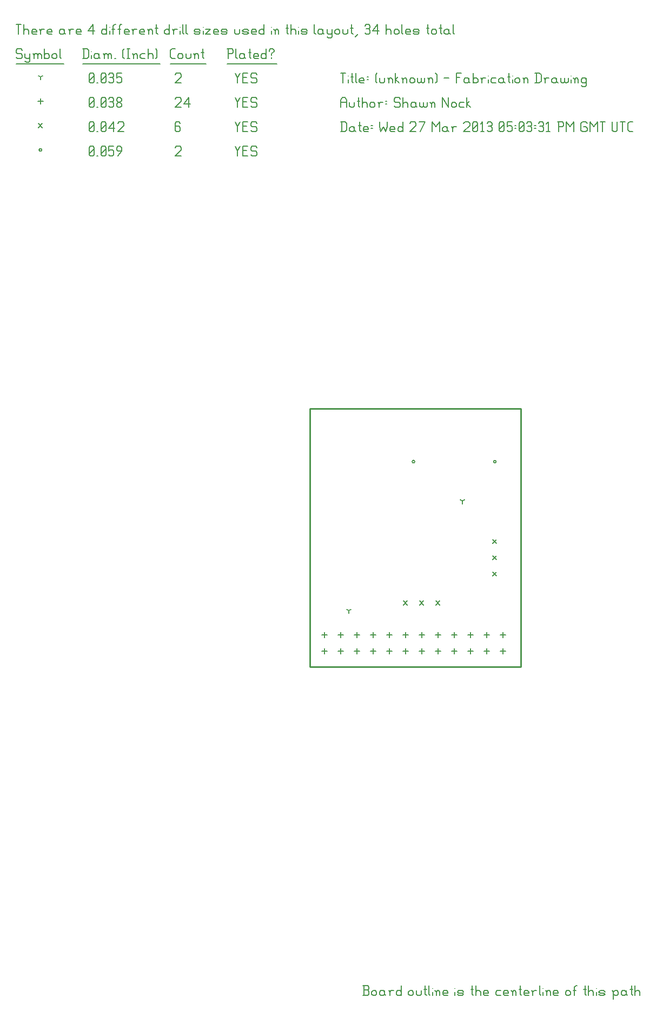
<source format=gbr>
G04 start of page 12 for group -3984 idx -3984 *
G04 Title: (unknown), fab *
G04 Creator: pcb 1.99z *
G04 CreationDate: Wed 27 Mar 2013 05:03:31 PM GMT UTC *
G04 For: nock *
G04 Format: Gerber/RS-274X *
G04 PCB-Dimensions (mil): 6000.00 5000.00 *
G04 PCB-Coordinate-Origin: lower left *
%MOIN*%
%FSLAX25Y25*%
%LNFAB*%
%ADD65C,0.0100*%
%ADD64C,0.0075*%
%ADD63C,0.0060*%
%ADD62R,0.0080X0.0080*%
G54D62*X294300Y319300D02*G75*G03X295900Y319300I800J0D01*G01*
G75*G03X294300Y319300I-800J0D01*G01*
X244100D02*G75*G03X245700Y319300I800J0D01*G01*
G75*G03X244100Y319300I-800J0D01*G01*
X14200Y511250D02*G75*G03X15800Y511250I800J0D01*G01*
G75*G03X14200Y511250I-800J0D01*G01*
G54D63*X135000Y513500D02*X136500Y510500D01*
X138000Y513500D01*
X136500Y510500D02*Y507500D01*
X139800Y510800D02*X142050D01*
X139800Y507500D02*X142800D01*
X139800Y513500D02*Y507500D01*
Y513500D02*X142800D01*
X147600D02*X148350Y512750D01*
X145350Y513500D02*X147600D01*
X144600Y512750D02*X145350Y513500D01*
X144600Y512750D02*Y511250D01*
X145350Y510500D01*
X147600D01*
X148350Y509750D01*
Y508250D01*
X147600Y507500D02*X148350Y508250D01*
X145350Y507500D02*X147600D01*
X144600Y508250D02*X145350Y507500D01*
X98000Y512750D02*X98750Y513500D01*
X101000D01*
X101750Y512750D01*
Y511250D01*
X98000Y507500D02*X101750Y511250D01*
X98000Y507500D02*X101750D01*
X45000Y508250D02*X45750Y507500D01*
X45000Y512750D02*Y508250D01*
Y512750D02*X45750Y513500D01*
X47250D01*
X48000Y512750D01*
Y508250D01*
X47250Y507500D02*X48000Y508250D01*
X45750Y507500D02*X47250D01*
X45000Y509000D02*X48000Y512000D01*
X49800Y507500D02*X50550D01*
X52350Y508250D02*X53100Y507500D01*
X52350Y512750D02*Y508250D01*
Y512750D02*X53100Y513500D01*
X54600D01*
X55350Y512750D01*
Y508250D01*
X54600Y507500D02*X55350Y508250D01*
X53100Y507500D02*X54600D01*
X52350Y509000D02*X55350Y512000D01*
X57150Y513500D02*X60150D01*
X57150D02*Y510500D01*
X57900Y511250D01*
X59400D01*
X60150Y510500D01*
Y508250D01*
X59400Y507500D02*X60150Y508250D01*
X57900Y507500D02*X59400D01*
X57150Y508250D02*X57900Y507500D01*
X62700D02*X64950Y510500D01*
Y512750D02*Y510500D01*
X64200Y513500D02*X64950Y512750D01*
X62700Y513500D02*X64200D01*
X61950Y512750D02*X62700Y513500D01*
X61950Y512750D02*Y511250D01*
X62700Y510500D01*
X64950D01*
X258642Y233484D02*X261042Y231084D01*
X258642D02*X261042Y233484D01*
X248642D02*X251042Y231084D01*
X248642D02*X251042Y233484D01*
X238642D02*X241042Y231084D01*
X238642D02*X241042Y233484D01*
X293800Y251200D02*X296200Y248800D01*
X293800D02*X296200Y251200D01*
X293800Y261200D02*X296200Y258800D01*
X293800D02*X296200Y261200D01*
X293800Y271200D02*X296200Y268800D01*
X293800D02*X296200Y271200D01*
X13800Y527450D02*X16200Y525050D01*
X13800D02*X16200Y527450D01*
X135000Y528500D02*X136500Y525500D01*
X138000Y528500D01*
X136500Y525500D02*Y522500D01*
X139800Y525800D02*X142050D01*
X139800Y522500D02*X142800D01*
X139800Y528500D02*Y522500D01*
Y528500D02*X142800D01*
X147600D02*X148350Y527750D01*
X145350Y528500D02*X147600D01*
X144600Y527750D02*X145350Y528500D01*
X144600Y527750D02*Y526250D01*
X145350Y525500D01*
X147600D01*
X148350Y524750D01*
Y523250D01*
X147600Y522500D02*X148350Y523250D01*
X145350Y522500D02*X147600D01*
X144600Y523250D02*X145350Y522500D01*
X100250Y528500D02*X101000Y527750D01*
X98750Y528500D02*X100250D01*
X98000Y527750D02*X98750Y528500D01*
X98000Y527750D02*Y523250D01*
X98750Y522500D01*
X100250Y525800D02*X101000Y525050D01*
X98000Y525800D02*X100250D01*
X98750Y522500D02*X100250D01*
X101000Y523250D01*
Y525050D02*Y523250D01*
X45000D02*X45750Y522500D01*
X45000Y527750D02*Y523250D01*
Y527750D02*X45750Y528500D01*
X47250D01*
X48000Y527750D01*
Y523250D01*
X47250Y522500D02*X48000Y523250D01*
X45750Y522500D02*X47250D01*
X45000Y524000D02*X48000Y527000D01*
X49800Y522500D02*X50550D01*
X52350Y523250D02*X53100Y522500D01*
X52350Y527750D02*Y523250D01*
Y527750D02*X53100Y528500D01*
X54600D01*
X55350Y527750D01*
Y523250D01*
X54600Y522500D02*X55350Y523250D01*
X53100Y522500D02*X54600D01*
X52350Y524000D02*X55350Y527000D01*
X57150Y524750D02*X60150Y528500D01*
X57150Y524750D02*X60900D01*
X60150Y528500D02*Y522500D01*
X62700Y527750D02*X63450Y528500D01*
X65700D01*
X66450Y527750D01*
Y526250D01*
X62700Y522500D02*X66450Y526250D01*
X62700Y522500D02*X66450D01*
X190000Y204100D02*Y200900D01*
X188400Y202500D02*X191600D01*
X200000Y204100D02*Y200900D01*
X198400Y202500D02*X201600D01*
X210000Y204100D02*Y200900D01*
X208400Y202500D02*X211600D01*
X220000Y204100D02*Y200900D01*
X218400Y202500D02*X221600D01*
X230000Y204100D02*Y200900D01*
X228400Y202500D02*X231600D01*
X240000Y204100D02*Y200900D01*
X238400Y202500D02*X241600D01*
X250000Y204100D02*Y200900D01*
X248400Y202500D02*X251600D01*
X260000Y204100D02*Y200900D01*
X258400Y202500D02*X261600D01*
X270000Y204100D02*Y200900D01*
X268400Y202500D02*X271600D01*
X280000Y204100D02*Y200900D01*
X278400Y202500D02*X281600D01*
X290000Y204100D02*Y200900D01*
X288400Y202500D02*X291600D01*
X300000Y204100D02*Y200900D01*
X298400Y202500D02*X301600D01*
X300000Y214100D02*Y210900D01*
X298400Y212500D02*X301600D01*
X290000Y214100D02*Y210900D01*
X288400Y212500D02*X291600D01*
X280000Y214100D02*Y210900D01*
X278400Y212500D02*X281600D01*
X270000Y214100D02*Y210900D01*
X268400Y212500D02*X271600D01*
X260000Y214100D02*Y210900D01*
X258400Y212500D02*X261600D01*
X250000Y214100D02*Y210900D01*
X248400Y212500D02*X251600D01*
X240000Y214100D02*Y210900D01*
X238400Y212500D02*X241600D01*
X230000Y214100D02*Y210900D01*
X228400Y212500D02*X231600D01*
X220000Y214100D02*Y210900D01*
X218400Y212500D02*X221600D01*
X210000Y214100D02*Y210900D01*
X208400Y212500D02*X211600D01*
X200000Y214100D02*Y210900D01*
X198400Y212500D02*X201600D01*
X190000Y214100D02*Y210900D01*
X188400Y212500D02*X191600D01*
X15000Y542850D02*Y539650D01*
X13400Y541250D02*X16600D01*
X135000Y543500D02*X136500Y540500D01*
X138000Y543500D01*
X136500Y540500D02*Y537500D01*
X139800Y540800D02*X142050D01*
X139800Y537500D02*X142800D01*
X139800Y543500D02*Y537500D01*
Y543500D02*X142800D01*
X147600D02*X148350Y542750D01*
X145350Y543500D02*X147600D01*
X144600Y542750D02*X145350Y543500D01*
X144600Y542750D02*Y541250D01*
X145350Y540500D01*
X147600D01*
X148350Y539750D01*
Y538250D01*
X147600Y537500D02*X148350Y538250D01*
X145350Y537500D02*X147600D01*
X144600Y538250D02*X145350Y537500D01*
X98000Y542750D02*X98750Y543500D01*
X101000D01*
X101750Y542750D01*
Y541250D01*
X98000Y537500D02*X101750Y541250D01*
X98000Y537500D02*X101750D01*
X103550Y539750D02*X106550Y543500D01*
X103550Y539750D02*X107300D01*
X106550Y543500D02*Y537500D01*
X45000Y538250D02*X45750Y537500D01*
X45000Y542750D02*Y538250D01*
Y542750D02*X45750Y543500D01*
X47250D01*
X48000Y542750D01*
Y538250D01*
X47250Y537500D02*X48000Y538250D01*
X45750Y537500D02*X47250D01*
X45000Y539000D02*X48000Y542000D01*
X49800Y537500D02*X50550D01*
X52350Y538250D02*X53100Y537500D01*
X52350Y542750D02*Y538250D01*
Y542750D02*X53100Y543500D01*
X54600D01*
X55350Y542750D01*
Y538250D01*
X54600Y537500D02*X55350Y538250D01*
X53100Y537500D02*X54600D01*
X52350Y539000D02*X55350Y542000D01*
X57150Y542750D02*X57900Y543500D01*
X59400D01*
X60150Y542750D01*
X59400Y537500D02*X60150Y538250D01*
X57900Y537500D02*X59400D01*
X57150Y538250D02*X57900Y537500D01*
Y540800D02*X59400D01*
X60150Y542750D02*Y541550D01*
Y540050D02*Y538250D01*
Y540050D02*X59400Y540800D01*
X60150Y541550D02*X59400Y540800D01*
X61950Y538250D02*X62700Y537500D01*
X61950Y539450D02*Y538250D01*
Y539450D02*X63000Y540500D01*
X63900D01*
X64950Y539450D01*
Y538250D01*
X64200Y537500D02*X64950Y538250D01*
X62700Y537500D02*X64200D01*
X61950Y541550D02*X63000Y540500D01*
X61950Y542750D02*Y541550D01*
Y542750D02*X62700Y543500D01*
X64200D01*
X64950Y542750D01*
Y541550D01*
X63900Y540500D02*X64950Y541550D01*
X205000Y227500D02*Y225900D01*
Y227500D02*X206387Y228300D01*
X205000Y227500D02*X203613Y228300D01*
X275000Y295000D02*Y293400D01*
Y295000D02*X276387Y295800D01*
X275000Y295000D02*X273613Y295800D01*
X15000Y556250D02*Y554650D01*
Y556250D02*X16387Y557050D01*
X15000Y556250D02*X13613Y557050D01*
X135000Y558500D02*X136500Y555500D01*
X138000Y558500D01*
X136500Y555500D02*Y552500D01*
X139800Y555800D02*X142050D01*
X139800Y552500D02*X142800D01*
X139800Y558500D02*Y552500D01*
Y558500D02*X142800D01*
X147600D02*X148350Y557750D01*
X145350Y558500D02*X147600D01*
X144600Y557750D02*X145350Y558500D01*
X144600Y557750D02*Y556250D01*
X145350Y555500D01*
X147600D01*
X148350Y554750D01*
Y553250D01*
X147600Y552500D02*X148350Y553250D01*
X145350Y552500D02*X147600D01*
X144600Y553250D02*X145350Y552500D01*
X98000Y557750D02*X98750Y558500D01*
X101000D01*
X101750Y557750D01*
Y556250D01*
X98000Y552500D02*X101750Y556250D01*
X98000Y552500D02*X101750D01*
X45000Y553250D02*X45750Y552500D01*
X45000Y557750D02*Y553250D01*
Y557750D02*X45750Y558500D01*
X47250D01*
X48000Y557750D01*
Y553250D01*
X47250Y552500D02*X48000Y553250D01*
X45750Y552500D02*X47250D01*
X45000Y554000D02*X48000Y557000D01*
X49800Y552500D02*X50550D01*
X52350Y553250D02*X53100Y552500D01*
X52350Y557750D02*Y553250D01*
Y557750D02*X53100Y558500D01*
X54600D01*
X55350Y557750D01*
Y553250D01*
X54600Y552500D02*X55350Y553250D01*
X53100Y552500D02*X54600D01*
X52350Y554000D02*X55350Y557000D01*
X57150Y557750D02*X57900Y558500D01*
X59400D01*
X60150Y557750D01*
X59400Y552500D02*X60150Y553250D01*
X57900Y552500D02*X59400D01*
X57150Y553250D02*X57900Y552500D01*
Y555800D02*X59400D01*
X60150Y557750D02*Y556550D01*
Y555050D02*Y553250D01*
Y555050D02*X59400Y555800D01*
X60150Y556550D02*X59400Y555800D01*
X61950Y558500D02*X64950D01*
X61950D02*Y555500D01*
X62700Y556250D01*
X64200D01*
X64950Y555500D01*
Y553250D01*
X64200Y552500D02*X64950Y553250D01*
X62700Y552500D02*X64200D01*
X61950Y553250D02*X62700Y552500D01*
X3000Y573500D02*X3750Y572750D01*
X750Y573500D02*X3000D01*
X0Y572750D02*X750Y573500D01*
X0Y572750D02*Y571250D01*
X750Y570500D01*
X3000D01*
X3750Y569750D01*
Y568250D01*
X3000Y567500D02*X3750Y568250D01*
X750Y567500D02*X3000D01*
X0Y568250D02*X750Y567500D01*
X5550Y570500D02*Y568250D01*
X6300Y567500D01*
X8550Y570500D02*Y566000D01*
X7800Y565250D02*X8550Y566000D01*
X6300Y565250D02*X7800D01*
X5550Y566000D02*X6300Y565250D01*
Y567500D02*X7800D01*
X8550Y568250D01*
X11100Y569750D02*Y567500D01*
Y569750D02*X11850Y570500D01*
X12600D01*
X13350Y569750D01*
Y567500D01*
Y569750D02*X14100Y570500D01*
X14850D01*
X15600Y569750D01*
Y567500D01*
X10350Y570500D02*X11100Y569750D01*
X17400Y573500D02*Y567500D01*
Y568250D02*X18150Y567500D01*
X19650D01*
X20400Y568250D01*
Y569750D02*Y568250D01*
X19650Y570500D02*X20400Y569750D01*
X18150Y570500D02*X19650D01*
X17400Y569750D02*X18150Y570500D01*
X22200Y569750D02*Y568250D01*
Y569750D02*X22950Y570500D01*
X24450D01*
X25200Y569750D01*
Y568250D01*
X24450Y567500D02*X25200Y568250D01*
X22950Y567500D02*X24450D01*
X22200Y568250D02*X22950Y567500D01*
X27000Y573500D02*Y568250D01*
X27750Y567500D01*
X0Y564250D02*X29250D01*
X41750Y573500D02*Y567500D01*
X43700Y573500D02*X44750Y572450D01*
Y568550D01*
X43700Y567500D02*X44750Y568550D01*
X41000Y567500D02*X43700D01*
X41000Y573500D02*X43700D01*
G54D64*X46550Y572000D02*Y571850D01*
G54D63*Y569750D02*Y567500D01*
X50300Y570500D02*X51050Y569750D01*
X48800Y570500D02*X50300D01*
X48050Y569750D02*X48800Y570500D01*
X48050Y569750D02*Y568250D01*
X48800Y567500D01*
X51050Y570500D02*Y568250D01*
X51800Y567500D01*
X48800D02*X50300D01*
X51050Y568250D01*
X54350Y569750D02*Y567500D01*
Y569750D02*X55100Y570500D01*
X55850D01*
X56600Y569750D01*
Y567500D01*
Y569750D02*X57350Y570500D01*
X58100D01*
X58850Y569750D01*
Y567500D01*
X53600Y570500D02*X54350Y569750D01*
X60650Y567500D02*X61400D01*
X65900Y568250D02*X66650Y567500D01*
X65900Y572750D02*X66650Y573500D01*
X65900Y572750D02*Y568250D01*
X68450Y573500D02*X69950D01*
X69200D02*Y567500D01*
X68450D02*X69950D01*
X72500Y569750D02*Y567500D01*
Y569750D02*X73250Y570500D01*
X74000D01*
X74750Y569750D01*
Y567500D01*
X71750Y570500D02*X72500Y569750D01*
X77300Y570500D02*X79550D01*
X76550Y569750D02*X77300Y570500D01*
X76550Y569750D02*Y568250D01*
X77300Y567500D01*
X79550D01*
X81350Y573500D02*Y567500D01*
Y569750D02*X82100Y570500D01*
X83600D01*
X84350Y569750D01*
Y567500D01*
X86150Y573500D02*X86900Y572750D01*
Y568250D01*
X86150Y567500D02*X86900Y568250D01*
X41000Y564250D02*X88700D01*
X96050Y567500D02*X98000D01*
X95000Y568550D02*X96050Y567500D01*
X95000Y572450D02*Y568550D01*
Y572450D02*X96050Y573500D01*
X98000D01*
X99800Y569750D02*Y568250D01*
Y569750D02*X100550Y570500D01*
X102050D01*
X102800Y569750D01*
Y568250D01*
X102050Y567500D02*X102800Y568250D01*
X100550Y567500D02*X102050D01*
X99800Y568250D02*X100550Y567500D01*
X104600Y570500D02*Y568250D01*
X105350Y567500D01*
X106850D01*
X107600Y568250D01*
Y570500D02*Y568250D01*
X110150Y569750D02*Y567500D01*
Y569750D02*X110900Y570500D01*
X111650D01*
X112400Y569750D01*
Y567500D01*
X109400Y570500D02*X110150Y569750D01*
X114950Y573500D02*Y568250D01*
X115700Y567500D01*
X114200Y571250D02*X115700D01*
X95000Y564250D02*X117200D01*
X130750Y573500D02*Y567500D01*
X130000Y573500D02*X133000D01*
X133750Y572750D01*
Y571250D01*
X133000Y570500D02*X133750Y571250D01*
X130750Y570500D02*X133000D01*
X135550Y573500D02*Y568250D01*
X136300Y567500D01*
X140050Y570500D02*X140800Y569750D01*
X138550Y570500D02*X140050D01*
X137800Y569750D02*X138550Y570500D01*
X137800Y569750D02*Y568250D01*
X138550Y567500D01*
X140800Y570500D02*Y568250D01*
X141550Y567500D01*
X138550D02*X140050D01*
X140800Y568250D01*
X144100Y573500D02*Y568250D01*
X144850Y567500D01*
X143350Y571250D02*X144850D01*
X147100Y567500D02*X149350D01*
X146350Y568250D02*X147100Y567500D01*
X146350Y569750D02*Y568250D01*
Y569750D02*X147100Y570500D01*
X148600D01*
X149350Y569750D01*
X146350Y569000D02*X149350D01*
Y569750D02*Y569000D01*
X154150Y573500D02*Y567500D01*
X153400D02*X154150Y568250D01*
X151900Y567500D02*X153400D01*
X151150Y568250D02*X151900Y567500D01*
X151150Y569750D02*Y568250D01*
Y569750D02*X151900Y570500D01*
X153400D01*
X154150Y569750D01*
X157450Y570500D02*Y569750D01*
Y568250D02*Y567500D01*
X155950Y572750D02*Y572000D01*
Y572750D02*X156700Y573500D01*
X158200D01*
X158950Y572750D01*
Y572000D01*
X157450Y570500D02*X158950Y572000D01*
X130000Y564250D02*X160750D01*
X0Y588500D02*X3000D01*
X1500D02*Y582500D01*
X4800Y588500D02*Y582500D01*
Y584750D02*X5550Y585500D01*
X7050D01*
X7800Y584750D01*
Y582500D01*
X10350D02*X12600D01*
X9600Y583250D02*X10350Y582500D01*
X9600Y584750D02*Y583250D01*
Y584750D02*X10350Y585500D01*
X11850D01*
X12600Y584750D01*
X9600Y584000D02*X12600D01*
Y584750D02*Y584000D01*
X15150Y584750D02*Y582500D01*
Y584750D02*X15900Y585500D01*
X17400D01*
X14400D02*X15150Y584750D01*
X19950Y582500D02*X22200D01*
X19200Y583250D02*X19950Y582500D01*
X19200Y584750D02*Y583250D01*
Y584750D02*X19950Y585500D01*
X21450D01*
X22200Y584750D01*
X19200Y584000D02*X22200D01*
Y584750D02*Y584000D01*
X28950Y585500D02*X29700Y584750D01*
X27450Y585500D02*X28950D01*
X26700Y584750D02*X27450Y585500D01*
X26700Y584750D02*Y583250D01*
X27450Y582500D01*
X29700Y585500D02*Y583250D01*
X30450Y582500D01*
X27450D02*X28950D01*
X29700Y583250D01*
X33000Y584750D02*Y582500D01*
Y584750D02*X33750Y585500D01*
X35250D01*
X32250D02*X33000Y584750D01*
X37800Y582500D02*X40050D01*
X37050Y583250D02*X37800Y582500D01*
X37050Y584750D02*Y583250D01*
Y584750D02*X37800Y585500D01*
X39300D01*
X40050Y584750D01*
X37050Y584000D02*X40050D01*
Y584750D02*Y584000D01*
X44550Y584750D02*X47550Y588500D01*
X44550Y584750D02*X48300D01*
X47550Y588500D02*Y582500D01*
X55800Y588500D02*Y582500D01*
X55050D02*X55800Y583250D01*
X53550Y582500D02*X55050D01*
X52800Y583250D02*X53550Y582500D01*
X52800Y584750D02*Y583250D01*
Y584750D02*X53550Y585500D01*
X55050D01*
X55800Y584750D01*
G54D64*X57600Y587000D02*Y586850D01*
G54D63*Y584750D02*Y582500D01*
X59850Y587750D02*Y582500D01*
Y587750D02*X60600Y588500D01*
X61350D01*
X59100Y585500D02*X60600D01*
X63600Y587750D02*Y582500D01*
Y587750D02*X64350Y588500D01*
X65100D01*
X62850Y585500D02*X64350D01*
X67350Y582500D02*X69600D01*
X66600Y583250D02*X67350Y582500D01*
X66600Y584750D02*Y583250D01*
Y584750D02*X67350Y585500D01*
X68850D01*
X69600Y584750D01*
X66600Y584000D02*X69600D01*
Y584750D02*Y584000D01*
X72150Y584750D02*Y582500D01*
Y584750D02*X72900Y585500D01*
X74400D01*
X71400D02*X72150Y584750D01*
X76950Y582500D02*X79200D01*
X76200Y583250D02*X76950Y582500D01*
X76200Y584750D02*Y583250D01*
Y584750D02*X76950Y585500D01*
X78450D01*
X79200Y584750D01*
X76200Y584000D02*X79200D01*
Y584750D02*Y584000D01*
X81750Y584750D02*Y582500D01*
Y584750D02*X82500Y585500D01*
X83250D01*
X84000Y584750D01*
Y582500D01*
X81000Y585500D02*X81750Y584750D01*
X86550Y588500D02*Y583250D01*
X87300Y582500D01*
X85800Y586250D02*X87300D01*
X94500Y588500D02*Y582500D01*
X93750D02*X94500Y583250D01*
X92250Y582500D02*X93750D01*
X91500Y583250D02*X92250Y582500D01*
X91500Y584750D02*Y583250D01*
Y584750D02*X92250Y585500D01*
X93750D01*
X94500Y584750D01*
X97050D02*Y582500D01*
Y584750D02*X97800Y585500D01*
X99300D01*
X96300D02*X97050Y584750D01*
G54D64*X101100Y587000D02*Y586850D01*
G54D63*Y584750D02*Y582500D01*
X102600Y588500D02*Y583250D01*
X103350Y582500D01*
X104850Y588500D02*Y583250D01*
X105600Y582500D01*
X110550D02*X112800D01*
X113550Y583250D01*
X112800Y584000D02*X113550Y583250D01*
X110550Y584000D02*X112800D01*
X109800Y584750D02*X110550Y584000D01*
X109800Y584750D02*X110550Y585500D01*
X112800D01*
X113550Y584750D01*
X109800Y583250D02*X110550Y582500D01*
G54D64*X115350Y587000D02*Y586850D01*
G54D63*Y584750D02*Y582500D01*
X116850Y585500D02*X119850D01*
X116850Y582500D02*X119850Y585500D01*
X116850Y582500D02*X119850D01*
X122400D02*X124650D01*
X121650Y583250D02*X122400Y582500D01*
X121650Y584750D02*Y583250D01*
Y584750D02*X122400Y585500D01*
X123900D01*
X124650Y584750D01*
X121650Y584000D02*X124650D01*
Y584750D02*Y584000D01*
X127200Y582500D02*X129450D01*
X130200Y583250D01*
X129450Y584000D02*X130200Y583250D01*
X127200Y584000D02*X129450D01*
X126450Y584750D02*X127200Y584000D01*
X126450Y584750D02*X127200Y585500D01*
X129450D01*
X130200Y584750D01*
X126450Y583250D02*X127200Y582500D01*
X134700Y585500D02*Y583250D01*
X135450Y582500D01*
X136950D01*
X137700Y583250D01*
Y585500D02*Y583250D01*
X140250Y582500D02*X142500D01*
X143250Y583250D01*
X142500Y584000D02*X143250Y583250D01*
X140250Y584000D02*X142500D01*
X139500Y584750D02*X140250Y584000D01*
X139500Y584750D02*X140250Y585500D01*
X142500D01*
X143250Y584750D01*
X139500Y583250D02*X140250Y582500D01*
X145800D02*X148050D01*
X145050Y583250D02*X145800Y582500D01*
X145050Y584750D02*Y583250D01*
Y584750D02*X145800Y585500D01*
X147300D01*
X148050Y584750D01*
X145050Y584000D02*X148050D01*
Y584750D02*Y584000D01*
X152850Y588500D02*Y582500D01*
X152100D02*X152850Y583250D01*
X150600Y582500D02*X152100D01*
X149850Y583250D02*X150600Y582500D01*
X149850Y584750D02*Y583250D01*
Y584750D02*X150600Y585500D01*
X152100D01*
X152850Y584750D01*
G54D64*X157350Y587000D02*Y586850D01*
G54D63*Y584750D02*Y582500D01*
X159600Y584750D02*Y582500D01*
Y584750D02*X160350Y585500D01*
X161100D01*
X161850Y584750D01*
Y582500D01*
X158850Y585500D02*X159600Y584750D01*
X167100Y588500D02*Y583250D01*
X167850Y582500D01*
X166350Y586250D02*X167850D01*
X169350Y588500D02*Y582500D01*
Y584750D02*X170100Y585500D01*
X171600D01*
X172350Y584750D01*
Y582500D01*
G54D64*X174150Y587000D02*Y586850D01*
G54D63*Y584750D02*Y582500D01*
X176400D02*X178650D01*
X179400Y583250D01*
X178650Y584000D02*X179400Y583250D01*
X176400Y584000D02*X178650D01*
X175650Y584750D02*X176400Y584000D01*
X175650Y584750D02*X176400Y585500D01*
X178650D01*
X179400Y584750D01*
X175650Y583250D02*X176400Y582500D01*
X183900Y588500D02*Y583250D01*
X184650Y582500D01*
X188400Y585500D02*X189150Y584750D01*
X186900Y585500D02*X188400D01*
X186150Y584750D02*X186900Y585500D01*
X186150Y584750D02*Y583250D01*
X186900Y582500D01*
X189150Y585500D02*Y583250D01*
X189900Y582500D01*
X186900D02*X188400D01*
X189150Y583250D01*
X191700Y585500D02*Y583250D01*
X192450Y582500D01*
X194700Y585500D02*Y581000D01*
X193950Y580250D02*X194700Y581000D01*
X192450Y580250D02*X193950D01*
X191700Y581000D02*X192450Y580250D01*
Y582500D02*X193950D01*
X194700Y583250D01*
X196500Y584750D02*Y583250D01*
Y584750D02*X197250Y585500D01*
X198750D01*
X199500Y584750D01*
Y583250D01*
X198750Y582500D02*X199500Y583250D01*
X197250Y582500D02*X198750D01*
X196500Y583250D02*X197250Y582500D01*
X201300Y585500D02*Y583250D01*
X202050Y582500D01*
X203550D01*
X204300Y583250D01*
Y585500D02*Y583250D01*
X206850Y588500D02*Y583250D01*
X207600Y582500D01*
X206100Y586250D02*X207600D01*
X209100Y581000D02*X210600Y582500D01*
X215100Y587750D02*X215850Y588500D01*
X217350D01*
X218100Y587750D01*
X217350Y582500D02*X218100Y583250D01*
X215850Y582500D02*X217350D01*
X215100Y583250D02*X215850Y582500D01*
Y585800D02*X217350D01*
X218100Y587750D02*Y586550D01*
Y585050D02*Y583250D01*
Y585050D02*X217350Y585800D01*
X218100Y586550D02*X217350Y585800D01*
X219900Y584750D02*X222900Y588500D01*
X219900Y584750D02*X223650D01*
X222900Y588500D02*Y582500D01*
X228150Y588500D02*Y582500D01*
Y584750D02*X228900Y585500D01*
X230400D01*
X231150Y584750D01*
Y582500D01*
X232950Y584750D02*Y583250D01*
Y584750D02*X233700Y585500D01*
X235200D01*
X235950Y584750D01*
Y583250D01*
X235200Y582500D02*X235950Y583250D01*
X233700Y582500D02*X235200D01*
X232950Y583250D02*X233700Y582500D01*
X237750Y588500D02*Y583250D01*
X238500Y582500D01*
X240750D02*X243000D01*
X240000Y583250D02*X240750Y582500D01*
X240000Y584750D02*Y583250D01*
Y584750D02*X240750Y585500D01*
X242250D01*
X243000Y584750D01*
X240000Y584000D02*X243000D01*
Y584750D02*Y584000D01*
X245550Y582500D02*X247800D01*
X248550Y583250D01*
X247800Y584000D02*X248550Y583250D01*
X245550Y584000D02*X247800D01*
X244800Y584750D02*X245550Y584000D01*
X244800Y584750D02*X245550Y585500D01*
X247800D01*
X248550Y584750D01*
X244800Y583250D02*X245550Y582500D01*
X253800Y588500D02*Y583250D01*
X254550Y582500D01*
X253050Y586250D02*X254550D01*
X256050Y584750D02*Y583250D01*
Y584750D02*X256800Y585500D01*
X258300D01*
X259050Y584750D01*
Y583250D01*
X258300Y582500D02*X259050Y583250D01*
X256800Y582500D02*X258300D01*
X256050Y583250D02*X256800Y582500D01*
X261600Y588500D02*Y583250D01*
X262350Y582500D01*
X260850Y586250D02*X262350D01*
X266100Y585500D02*X266850Y584750D01*
X264600Y585500D02*X266100D01*
X263850Y584750D02*X264600Y585500D01*
X263850Y584750D02*Y583250D01*
X264600Y582500D01*
X266850Y585500D02*Y583250D01*
X267600Y582500D01*
X264600D02*X266100D01*
X266850Y583250D01*
X269400Y588500D02*Y583250D01*
X270150Y582500D01*
G54D65*X181102Y192914D02*X311023D01*
X181102Y351831D02*X311023D01*
X181102D02*Y192914D01*
X311023D02*Y351831D01*
G54D63*X213675Y-9500D02*X216675D01*
X217425Y-8750D01*
Y-6950D02*Y-8750D01*
X216675Y-6200D02*X217425Y-6950D01*
X214425Y-6200D02*X216675D01*
X214425Y-3500D02*Y-9500D01*
X213675Y-3500D02*X216675D01*
X217425Y-4250D01*
Y-5450D01*
X216675Y-6200D02*X217425Y-5450D01*
X219225Y-7250D02*Y-8750D01*
Y-7250D02*X219975Y-6500D01*
X221475D01*
X222225Y-7250D01*
Y-8750D01*
X221475Y-9500D02*X222225Y-8750D01*
X219975Y-9500D02*X221475D01*
X219225Y-8750D02*X219975Y-9500D01*
X226275Y-6500D02*X227025Y-7250D01*
X224775Y-6500D02*X226275D01*
X224025Y-7250D02*X224775Y-6500D01*
X224025Y-7250D02*Y-8750D01*
X224775Y-9500D01*
X227025Y-6500D02*Y-8750D01*
X227775Y-9500D01*
X224775D02*X226275D01*
X227025Y-8750D01*
X230325Y-7250D02*Y-9500D01*
Y-7250D02*X231075Y-6500D01*
X232575D01*
X229575D02*X230325Y-7250D01*
X237375Y-3500D02*Y-9500D01*
X236625D02*X237375Y-8750D01*
X235125Y-9500D02*X236625D01*
X234375Y-8750D02*X235125Y-9500D01*
X234375Y-7250D02*Y-8750D01*
Y-7250D02*X235125Y-6500D01*
X236625D01*
X237375Y-7250D01*
X241875D02*Y-8750D01*
Y-7250D02*X242625Y-6500D01*
X244125D01*
X244875Y-7250D01*
Y-8750D01*
X244125Y-9500D02*X244875Y-8750D01*
X242625Y-9500D02*X244125D01*
X241875Y-8750D02*X242625Y-9500D01*
X246675Y-6500D02*Y-8750D01*
X247425Y-9500D01*
X248925D01*
X249675Y-8750D01*
Y-6500D02*Y-8750D01*
X252225Y-3500D02*Y-8750D01*
X252975Y-9500D01*
X251475Y-5750D02*X252975D01*
X254475Y-3500D02*Y-8750D01*
X255225Y-9500D01*
G54D64*X256725Y-5000D02*Y-5150D01*
G54D63*Y-7250D02*Y-9500D01*
X258975Y-7250D02*Y-9500D01*
Y-7250D02*X259725Y-6500D01*
X260475D01*
X261225Y-7250D01*
Y-9500D01*
X258225Y-6500D02*X258975Y-7250D01*
X263775Y-9500D02*X266025D01*
X263025Y-8750D02*X263775Y-9500D01*
X263025Y-7250D02*Y-8750D01*
Y-7250D02*X263775Y-6500D01*
X265275D01*
X266025Y-7250D01*
X263025Y-8000D02*X266025D01*
Y-7250D02*Y-8000D01*
G54D64*X270525Y-5000D02*Y-5150D01*
G54D63*Y-7250D02*Y-9500D01*
X272775D02*X275025D01*
X275775Y-8750D01*
X275025Y-8000D02*X275775Y-8750D01*
X272775Y-8000D02*X275025D01*
X272025Y-7250D02*X272775Y-8000D01*
X272025Y-7250D02*X272775Y-6500D01*
X275025D01*
X275775Y-7250D01*
X272025Y-8750D02*X272775Y-9500D01*
X281025Y-3500D02*Y-8750D01*
X281775Y-9500D01*
X280275Y-5750D02*X281775D01*
X283275Y-3500D02*Y-9500D01*
Y-7250D02*X284025Y-6500D01*
X285525D01*
X286275Y-7250D01*
Y-9500D01*
X288825D02*X291075D01*
X288075Y-8750D02*X288825Y-9500D01*
X288075Y-7250D02*Y-8750D01*
Y-7250D02*X288825Y-6500D01*
X290325D01*
X291075Y-7250D01*
X288075Y-8000D02*X291075D01*
Y-7250D02*Y-8000D01*
X296325Y-6500D02*X298575D01*
X295575Y-7250D02*X296325Y-6500D01*
X295575Y-7250D02*Y-8750D01*
X296325Y-9500D01*
X298575D01*
X301125D02*X303375D01*
X300375Y-8750D02*X301125Y-9500D01*
X300375Y-7250D02*Y-8750D01*
Y-7250D02*X301125Y-6500D01*
X302625D01*
X303375Y-7250D01*
X300375Y-8000D02*X303375D01*
Y-7250D02*Y-8000D01*
X305925Y-7250D02*Y-9500D01*
Y-7250D02*X306675Y-6500D01*
X307425D01*
X308175Y-7250D01*
Y-9500D01*
X305175Y-6500D02*X305925Y-7250D01*
X310725Y-3500D02*Y-8750D01*
X311475Y-9500D01*
X309975Y-5750D02*X311475D01*
X313725Y-9500D02*X315975D01*
X312975Y-8750D02*X313725Y-9500D01*
X312975Y-7250D02*Y-8750D01*
Y-7250D02*X313725Y-6500D01*
X315225D01*
X315975Y-7250D01*
X312975Y-8000D02*X315975D01*
Y-7250D02*Y-8000D01*
X318525Y-7250D02*Y-9500D01*
Y-7250D02*X319275Y-6500D01*
X320775D01*
X317775D02*X318525Y-7250D01*
X322575Y-3500D02*Y-8750D01*
X323325Y-9500D01*
G54D64*X324825Y-5000D02*Y-5150D01*
G54D63*Y-7250D02*Y-9500D01*
X327075Y-7250D02*Y-9500D01*
Y-7250D02*X327825Y-6500D01*
X328575D01*
X329325Y-7250D01*
Y-9500D01*
X326325Y-6500D02*X327075Y-7250D01*
X331875Y-9500D02*X334125D01*
X331125Y-8750D02*X331875Y-9500D01*
X331125Y-7250D02*Y-8750D01*
Y-7250D02*X331875Y-6500D01*
X333375D01*
X334125Y-7250D01*
X331125Y-8000D02*X334125D01*
Y-7250D02*Y-8000D01*
X338625Y-7250D02*Y-8750D01*
Y-7250D02*X339375Y-6500D01*
X340875D01*
X341625Y-7250D01*
Y-8750D01*
X340875Y-9500D02*X341625Y-8750D01*
X339375Y-9500D02*X340875D01*
X338625Y-8750D02*X339375Y-9500D01*
X344175Y-4250D02*Y-9500D01*
Y-4250D02*X344925Y-3500D01*
X345675D01*
X343425Y-6500D02*X344925D01*
X350625Y-3500D02*Y-8750D01*
X351375Y-9500D01*
X349875Y-5750D02*X351375D01*
X352875Y-3500D02*Y-9500D01*
Y-7250D02*X353625Y-6500D01*
X355125D01*
X355875Y-7250D01*
Y-9500D01*
G54D64*X357675Y-5000D02*Y-5150D01*
G54D63*Y-7250D02*Y-9500D01*
X359925D02*X362175D01*
X362925Y-8750D01*
X362175Y-8000D02*X362925Y-8750D01*
X359925Y-8000D02*X362175D01*
X359175Y-7250D02*X359925Y-8000D01*
X359175Y-7250D02*X359925Y-6500D01*
X362175D01*
X362925Y-7250D01*
X359175Y-8750D02*X359925Y-9500D01*
X368175Y-7250D02*Y-11750D01*
X367425Y-6500D02*X368175Y-7250D01*
X368925Y-6500D01*
X370425D01*
X371175Y-7250D01*
Y-8750D01*
X370425Y-9500D02*X371175Y-8750D01*
X368925Y-9500D02*X370425D01*
X368175Y-8750D02*X368925Y-9500D01*
X375225Y-6500D02*X375975Y-7250D01*
X373725Y-6500D02*X375225D01*
X372975Y-7250D02*X373725Y-6500D01*
X372975Y-7250D02*Y-8750D01*
X373725Y-9500D01*
X375975Y-6500D02*Y-8750D01*
X376725Y-9500D01*
X373725D02*X375225D01*
X375975Y-8750D01*
X379275Y-3500D02*Y-8750D01*
X380025Y-9500D01*
X378525Y-5750D02*X380025D01*
X381525Y-3500D02*Y-9500D01*
Y-7250D02*X382275Y-6500D01*
X383775D01*
X384525Y-7250D01*
Y-9500D01*
X200750Y528500D02*Y522500D01*
X202700Y528500D02*X203750Y527450D01*
Y523550D01*
X202700Y522500D02*X203750Y523550D01*
X200000Y522500D02*X202700D01*
X200000Y528500D02*X202700D01*
X207800Y525500D02*X208550Y524750D01*
X206300Y525500D02*X207800D01*
X205550Y524750D02*X206300Y525500D01*
X205550Y524750D02*Y523250D01*
X206300Y522500D01*
X208550Y525500D02*Y523250D01*
X209300Y522500D01*
X206300D02*X207800D01*
X208550Y523250D01*
X211850Y528500D02*Y523250D01*
X212600Y522500D01*
X211100Y526250D02*X212600D01*
X214850Y522500D02*X217100D01*
X214100Y523250D02*X214850Y522500D01*
X214100Y524750D02*Y523250D01*
Y524750D02*X214850Y525500D01*
X216350D01*
X217100Y524750D01*
X214100Y524000D02*X217100D01*
Y524750D02*Y524000D01*
X218900Y526250D02*X219650D01*
X218900Y524750D02*X219650D01*
X224150Y528500D02*Y525500D01*
X224900Y522500D01*
X226400Y525500D01*
X227900Y522500D01*
X228650Y525500D01*
Y528500D02*Y525500D01*
X231200Y522500D02*X233450D01*
X230450Y523250D02*X231200Y522500D01*
X230450Y524750D02*Y523250D01*
Y524750D02*X231200Y525500D01*
X232700D01*
X233450Y524750D01*
X230450Y524000D02*X233450D01*
Y524750D02*Y524000D01*
X238250Y528500D02*Y522500D01*
X237500D02*X238250Y523250D01*
X236000Y522500D02*X237500D01*
X235250Y523250D02*X236000Y522500D01*
X235250Y524750D02*Y523250D01*
Y524750D02*X236000Y525500D01*
X237500D01*
X238250Y524750D01*
X242750Y527750D02*X243500Y528500D01*
X245750D01*
X246500Y527750D01*
Y526250D01*
X242750Y522500D02*X246500Y526250D01*
X242750Y522500D02*X246500D01*
X249050D02*X252050Y528500D01*
X248300D02*X252050D01*
X256550D02*Y522500D01*
Y528500D02*X258800Y525500D01*
X261050Y528500D01*
Y522500D01*
X265100Y525500D02*X265850Y524750D01*
X263600Y525500D02*X265100D01*
X262850Y524750D02*X263600Y525500D01*
X262850Y524750D02*Y523250D01*
X263600Y522500D01*
X265850Y525500D02*Y523250D01*
X266600Y522500D01*
X263600D02*X265100D01*
X265850Y523250D01*
X269150Y524750D02*Y522500D01*
Y524750D02*X269900Y525500D01*
X271400D01*
X268400D02*X269150Y524750D01*
X275900Y527750D02*X276650Y528500D01*
X278900D01*
X279650Y527750D01*
Y526250D01*
X275900Y522500D02*X279650Y526250D01*
X275900Y522500D02*X279650D01*
X281450Y523250D02*X282200Y522500D01*
X281450Y527750D02*Y523250D01*
Y527750D02*X282200Y528500D01*
X283700D01*
X284450Y527750D01*
Y523250D01*
X283700Y522500D02*X284450Y523250D01*
X282200Y522500D02*X283700D01*
X281450Y524000D02*X284450Y527000D01*
X286250Y527300D02*X287450Y528500D01*
Y522500D01*
X286250D02*X288500D01*
X290300Y527750D02*X291050Y528500D01*
X292550D01*
X293300Y527750D01*
X292550Y522500D02*X293300Y523250D01*
X291050Y522500D02*X292550D01*
X290300Y523250D02*X291050Y522500D01*
Y525800D02*X292550D01*
X293300Y527750D02*Y526550D01*
Y525050D02*Y523250D01*
Y525050D02*X292550Y525800D01*
X293300Y526550D02*X292550Y525800D01*
X297800Y523250D02*X298550Y522500D01*
X297800Y527750D02*Y523250D01*
Y527750D02*X298550Y528500D01*
X300050D01*
X300800Y527750D01*
Y523250D01*
X300050Y522500D02*X300800Y523250D01*
X298550Y522500D02*X300050D01*
X297800Y524000D02*X300800Y527000D01*
X302600Y528500D02*X305600D01*
X302600D02*Y525500D01*
X303350Y526250D01*
X304850D01*
X305600Y525500D01*
Y523250D01*
X304850Y522500D02*X305600Y523250D01*
X303350Y522500D02*X304850D01*
X302600Y523250D02*X303350Y522500D01*
X307400Y526250D02*X308150D01*
X307400Y524750D02*X308150D01*
X309950Y523250D02*X310700Y522500D01*
X309950Y527750D02*Y523250D01*
Y527750D02*X310700Y528500D01*
X312200D01*
X312950Y527750D01*
Y523250D01*
X312200Y522500D02*X312950Y523250D01*
X310700Y522500D02*X312200D01*
X309950Y524000D02*X312950Y527000D01*
X314750Y527750D02*X315500Y528500D01*
X317000D01*
X317750Y527750D01*
X317000Y522500D02*X317750Y523250D01*
X315500Y522500D02*X317000D01*
X314750Y523250D02*X315500Y522500D01*
Y525800D02*X317000D01*
X317750Y527750D02*Y526550D01*
Y525050D02*Y523250D01*
Y525050D02*X317000Y525800D01*
X317750Y526550D02*X317000Y525800D01*
X319550Y526250D02*X320300D01*
X319550Y524750D02*X320300D01*
X322100Y527750D02*X322850Y528500D01*
X324350D01*
X325100Y527750D01*
X324350Y522500D02*X325100Y523250D01*
X322850Y522500D02*X324350D01*
X322100Y523250D02*X322850Y522500D01*
Y525800D02*X324350D01*
X325100Y527750D02*Y526550D01*
Y525050D02*Y523250D01*
Y525050D02*X324350Y525800D01*
X325100Y526550D02*X324350Y525800D01*
X326900Y527300D02*X328100Y528500D01*
Y522500D01*
X326900D02*X329150D01*
X334400Y528500D02*Y522500D01*
X333650Y528500D02*X336650D01*
X337400Y527750D01*
Y526250D01*
X336650Y525500D02*X337400Y526250D01*
X334400Y525500D02*X336650D01*
X339200Y528500D02*Y522500D01*
Y528500D02*X341450Y525500D01*
X343700Y528500D01*
Y522500D01*
X351200Y528500D02*X351950Y527750D01*
X348950Y528500D02*X351200D01*
X348200Y527750D02*X348950Y528500D01*
X348200Y527750D02*Y523250D01*
X348950Y522500D01*
X351200D01*
X351950Y523250D01*
Y524750D02*Y523250D01*
X351200Y525500D02*X351950Y524750D01*
X349700Y525500D02*X351200D01*
X353750Y528500D02*Y522500D01*
Y528500D02*X356000Y525500D01*
X358250Y528500D01*
Y522500D01*
X360050Y528500D02*X363050D01*
X361550D02*Y522500D01*
X367550Y528500D02*Y523250D01*
X368300Y522500D01*
X369800D01*
X370550Y523250D01*
Y528500D02*Y523250D01*
X372350Y528500D02*X375350D01*
X373850D02*Y522500D01*
X378200D02*X380150D01*
X377150Y523550D02*X378200Y522500D01*
X377150Y527450D02*Y523550D01*
Y527450D02*X378200Y528500D01*
X380150D01*
X200000Y542000D02*Y537500D01*
Y542000D02*X201050Y543500D01*
X202700D01*
X203750Y542000D01*
Y537500D01*
X200000Y540500D02*X203750D01*
X205550D02*Y538250D01*
X206300Y537500D01*
X207800D01*
X208550Y538250D01*
Y540500D02*Y538250D01*
X211100Y543500D02*Y538250D01*
X211850Y537500D01*
X210350Y541250D02*X211850D01*
X213350Y543500D02*Y537500D01*
Y539750D02*X214100Y540500D01*
X215600D01*
X216350Y539750D01*
Y537500D01*
X218150Y539750D02*Y538250D01*
Y539750D02*X218900Y540500D01*
X220400D01*
X221150Y539750D01*
Y538250D01*
X220400Y537500D02*X221150Y538250D01*
X218900Y537500D02*X220400D01*
X218150Y538250D02*X218900Y537500D01*
X223700Y539750D02*Y537500D01*
Y539750D02*X224450Y540500D01*
X225950D01*
X222950D02*X223700Y539750D01*
X227750Y541250D02*X228500D01*
X227750Y539750D02*X228500D01*
X236000Y543500D02*X236750Y542750D01*
X233750Y543500D02*X236000D01*
X233000Y542750D02*X233750Y543500D01*
X233000Y542750D02*Y541250D01*
X233750Y540500D01*
X236000D01*
X236750Y539750D01*
Y538250D01*
X236000Y537500D02*X236750Y538250D01*
X233750Y537500D02*X236000D01*
X233000Y538250D02*X233750Y537500D01*
X238550Y543500D02*Y537500D01*
Y539750D02*X239300Y540500D01*
X240800D01*
X241550Y539750D01*
Y537500D01*
X245600Y540500D02*X246350Y539750D01*
X244100Y540500D02*X245600D01*
X243350Y539750D02*X244100Y540500D01*
X243350Y539750D02*Y538250D01*
X244100Y537500D01*
X246350Y540500D02*Y538250D01*
X247100Y537500D01*
X244100D02*X245600D01*
X246350Y538250D01*
X248900Y540500D02*Y538250D01*
X249650Y537500D01*
X250400D01*
X251150Y538250D01*
Y540500D02*Y538250D01*
X251900Y537500D01*
X252650D01*
X253400Y538250D01*
Y540500D02*Y538250D01*
X255950Y539750D02*Y537500D01*
Y539750D02*X256700Y540500D01*
X257450D01*
X258200Y539750D01*
Y537500D01*
X255200Y540500D02*X255950Y539750D01*
X262700Y543500D02*Y537500D01*
Y543500D02*X266450Y537500D01*
Y543500D02*Y537500D01*
X268250Y539750D02*Y538250D01*
Y539750D02*X269000Y540500D01*
X270500D01*
X271250Y539750D01*
Y538250D01*
X270500Y537500D02*X271250Y538250D01*
X269000Y537500D02*X270500D01*
X268250Y538250D02*X269000Y537500D01*
X273800Y540500D02*X276050D01*
X273050Y539750D02*X273800Y540500D01*
X273050Y539750D02*Y538250D01*
X273800Y537500D01*
X276050D01*
X277850Y543500D02*Y537500D01*
Y539750D02*X280100Y537500D01*
X277850Y539750D02*X279350Y541250D01*
X200000Y558500D02*X203000D01*
X201500D02*Y552500D01*
G54D64*X204800Y557000D02*Y556850D01*
G54D63*Y554750D02*Y552500D01*
X207050Y558500D02*Y553250D01*
X207800Y552500D01*
X206300Y556250D02*X207800D01*
X209300Y558500D02*Y553250D01*
X210050Y552500D01*
X212300D02*X214550D01*
X211550Y553250D02*X212300Y552500D01*
X211550Y554750D02*Y553250D01*
Y554750D02*X212300Y555500D01*
X213800D01*
X214550Y554750D01*
X211550Y554000D02*X214550D01*
Y554750D02*Y554000D01*
X216350Y556250D02*X217100D01*
X216350Y554750D02*X217100D01*
X221600Y553250D02*X222350Y552500D01*
X221600Y557750D02*X222350Y558500D01*
X221600Y557750D02*Y553250D01*
X224150Y555500D02*Y553250D01*
X224900Y552500D01*
X226400D01*
X227150Y553250D01*
Y555500D02*Y553250D01*
X229700Y554750D02*Y552500D01*
Y554750D02*X230450Y555500D01*
X231200D01*
X231950Y554750D01*
Y552500D01*
X228950Y555500D02*X229700Y554750D01*
X233750Y558500D02*Y552500D01*
Y554750D02*X236000Y552500D01*
X233750Y554750D02*X235250Y556250D01*
X238550Y554750D02*Y552500D01*
Y554750D02*X239300Y555500D01*
X240050D01*
X240800Y554750D01*
Y552500D01*
X237800Y555500D02*X238550Y554750D01*
X242600D02*Y553250D01*
Y554750D02*X243350Y555500D01*
X244850D01*
X245600Y554750D01*
Y553250D01*
X244850Y552500D02*X245600Y553250D01*
X243350Y552500D02*X244850D01*
X242600Y553250D02*X243350Y552500D01*
X247400Y555500D02*Y553250D01*
X248150Y552500D01*
X248900D01*
X249650Y553250D01*
Y555500D02*Y553250D01*
X250400Y552500D01*
X251150D01*
X251900Y553250D01*
Y555500D02*Y553250D01*
X254450Y554750D02*Y552500D01*
Y554750D02*X255200Y555500D01*
X255950D01*
X256700Y554750D01*
Y552500D01*
X253700Y555500D02*X254450Y554750D01*
X258500Y558500D02*X259250Y557750D01*
Y553250D01*
X258500Y552500D02*X259250Y553250D01*
X263750Y555500D02*X266750D01*
X271250Y558500D02*Y552500D01*
Y558500D02*X274250D01*
X271250Y555800D02*X273500D01*
X278300Y555500D02*X279050Y554750D01*
X276800Y555500D02*X278300D01*
X276050Y554750D02*X276800Y555500D01*
X276050Y554750D02*Y553250D01*
X276800Y552500D01*
X279050Y555500D02*Y553250D01*
X279800Y552500D01*
X276800D02*X278300D01*
X279050Y553250D01*
X281600Y558500D02*Y552500D01*
Y553250D02*X282350Y552500D01*
X283850D01*
X284600Y553250D01*
Y554750D02*Y553250D01*
X283850Y555500D02*X284600Y554750D01*
X282350Y555500D02*X283850D01*
X281600Y554750D02*X282350Y555500D01*
X287150Y554750D02*Y552500D01*
Y554750D02*X287900Y555500D01*
X289400D01*
X286400D02*X287150Y554750D01*
G54D64*X291200Y557000D02*Y556850D01*
G54D63*Y554750D02*Y552500D01*
X293450Y555500D02*X295700D01*
X292700Y554750D02*X293450Y555500D01*
X292700Y554750D02*Y553250D01*
X293450Y552500D01*
X295700D01*
X299750Y555500D02*X300500Y554750D01*
X298250Y555500D02*X299750D01*
X297500Y554750D02*X298250Y555500D01*
X297500Y554750D02*Y553250D01*
X298250Y552500D01*
X300500Y555500D02*Y553250D01*
X301250Y552500D01*
X298250D02*X299750D01*
X300500Y553250D01*
X303800Y558500D02*Y553250D01*
X304550Y552500D01*
X303050Y556250D02*X304550D01*
G54D64*X306050Y557000D02*Y556850D01*
G54D63*Y554750D02*Y552500D01*
X307550Y554750D02*Y553250D01*
Y554750D02*X308300Y555500D01*
X309800D01*
X310550Y554750D01*
Y553250D01*
X309800Y552500D02*X310550Y553250D01*
X308300Y552500D02*X309800D01*
X307550Y553250D02*X308300Y552500D01*
X313100Y554750D02*Y552500D01*
Y554750D02*X313850Y555500D01*
X314600D01*
X315350Y554750D01*
Y552500D01*
X312350Y555500D02*X313100Y554750D01*
X320600Y558500D02*Y552500D01*
X322550Y558500D02*X323600Y557450D01*
Y553550D01*
X322550Y552500D02*X323600Y553550D01*
X319850Y552500D02*X322550D01*
X319850Y558500D02*X322550D01*
X326150Y554750D02*Y552500D01*
Y554750D02*X326900Y555500D01*
X328400D01*
X325400D02*X326150Y554750D01*
X332450Y555500D02*X333200Y554750D01*
X330950Y555500D02*X332450D01*
X330200Y554750D02*X330950Y555500D01*
X330200Y554750D02*Y553250D01*
X330950Y552500D01*
X333200Y555500D02*Y553250D01*
X333950Y552500D01*
X330950D02*X332450D01*
X333200Y553250D01*
X335750Y555500D02*Y553250D01*
X336500Y552500D01*
X337250D01*
X338000Y553250D01*
Y555500D02*Y553250D01*
X338750Y552500D01*
X339500D01*
X340250Y553250D01*
Y555500D02*Y553250D01*
G54D64*X342050Y557000D02*Y556850D01*
G54D63*Y554750D02*Y552500D01*
X344300Y554750D02*Y552500D01*
Y554750D02*X345050Y555500D01*
X345800D01*
X346550Y554750D01*
Y552500D01*
X343550Y555500D02*X344300Y554750D01*
X350600Y555500D02*X351350Y554750D01*
X349100Y555500D02*X350600D01*
X348350Y554750D02*X349100Y555500D01*
X348350Y554750D02*Y553250D01*
X349100Y552500D01*
X350600D01*
X351350Y553250D01*
X348350Y551000D02*X349100Y550250D01*
X350600D01*
X351350Y551000D01*
Y555500D02*Y551000D01*
M02*

</source>
